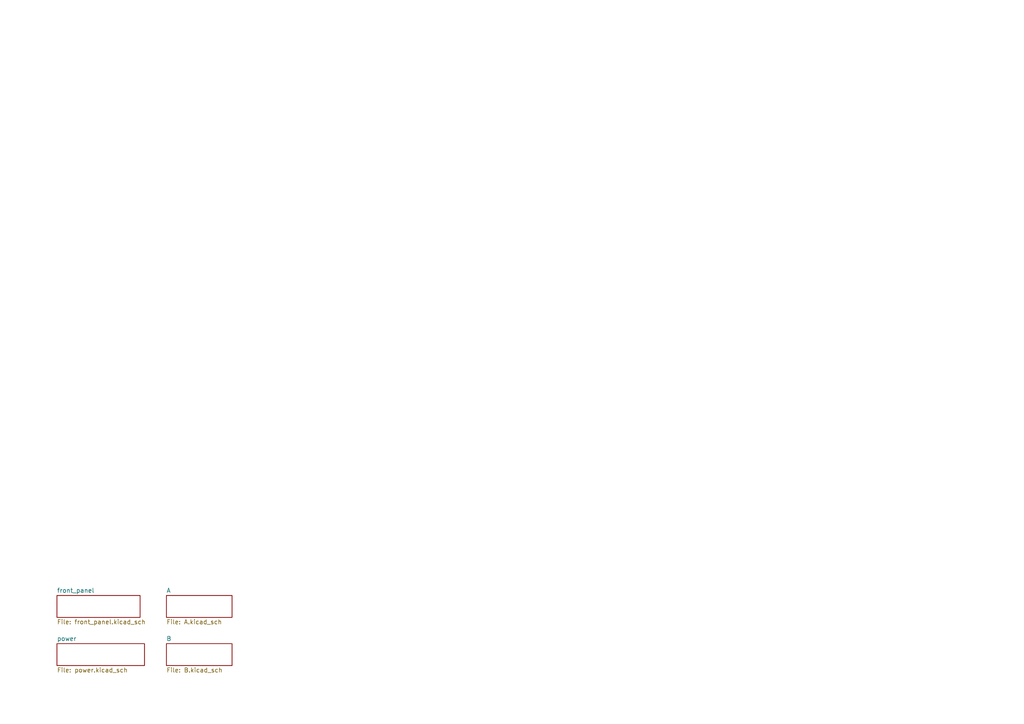
<source format=kicad_sch>
(kicad_sch
	(version 20231120)
	(generator "eeschema")
	(generator_version "8.0")
	(uuid "373e077e-bfc7-40f9-b9b8-adde168d27e9")
	(paper "A4")
	(lib_symbols)
	(sheet
		(at 48.26 186.69)
		(size 19.05 6.35)
		(fields_autoplaced yes)
		(stroke
			(width 0.1524)
			(type solid)
		)
		(fill
			(color 0 0 0 0.0000)
		)
		(uuid "072300b4-0bfd-408d-8bb8-c0f2a345147e")
		(property "Sheetname" "B"
			(at 48.26 185.9784 0)
			(effects
				(font
					(size 1.27 1.27)
				)
				(justify left bottom)
			)
		)
		(property "Sheetfile" "B.kicad_sch"
			(at 48.26 193.6246 0)
			(effects
				(font
					(size 1.27 1.27)
				)
				(justify left top)
			)
		)
		(instances
			(project "4gates"
				(path "/373e077e-bfc7-40f9-b9b8-adde168d27e9"
					(page "5")
				)
			)
		)
	)
	(sheet
		(at 16.51 186.69)
		(size 25.4 6.35)
		(fields_autoplaced yes)
		(stroke
			(width 0.1524)
			(type solid)
		)
		(fill
			(color 0 0 0 0.0000)
		)
		(uuid "bd678a3f-881e-490e-90d4-0127aa4aa2e0")
		(property "Sheetname" "power"
			(at 16.51 185.9784 0)
			(effects
				(font
					(size 1.27 1.27)
				)
				(justify left bottom)
			)
		)
		(property "Sheetfile" "power.kicad_sch"
			(at 16.51 193.6246 0)
			(effects
				(font
					(size 1.27 1.27)
				)
				(justify left top)
			)
		)
		(instances
			(project "4gates"
				(path "/373e077e-bfc7-40f9-b9b8-adde168d27e9"
					(page "3")
				)
			)
		)
	)
	(sheet
		(at 48.26 172.72)
		(size 19.05 6.35)
		(fields_autoplaced yes)
		(stroke
			(width 0.1524)
			(type solid)
		)
		(fill
			(color 0 0 0 0.0000)
		)
		(uuid "ece89812-8d9b-443c-a076-081a4366d837")
		(property "Sheetname" "A"
			(at 48.26 172.0084 0)
			(effects
				(font
					(size 1.27 1.27)
				)
				(justify left bottom)
			)
		)
		(property "Sheetfile" "A.kicad_sch"
			(at 48.26 179.6546 0)
			(effects
				(font
					(size 1.27 1.27)
				)
				(justify left top)
			)
		)
		(instances
			(project "4gates"
				(path "/373e077e-bfc7-40f9-b9b8-adde168d27e9"
					(page "4")
				)
			)
		)
	)
	(sheet
		(at 16.51 172.72)
		(size 24.13 6.35)
		(fields_autoplaced yes)
		(stroke
			(width 0.1524)
			(type solid)
		)
		(fill
			(color 0 0 0 0.0000)
		)
		(uuid "f765f6b7-0977-4652-ae5d-8c5e5aa74b64")
		(property "Sheetname" "front_panel"
			(at 16.51 172.0084 0)
			(effects
				(font
					(size 1.27 1.27)
				)
				(justify left bottom)
			)
		)
		(property "Sheetfile" "front_panel.kicad_sch"
			(at 16.51 179.6546 0)
			(effects
				(font
					(size 1.27 1.27)
				)
				(justify left top)
			)
		)
		(instances
			(project "4gates"
				(path "/373e077e-bfc7-40f9-b9b8-adde168d27e9"
					(page "2")
				)
			)
		)
	)
	(sheet_instances
		(path "/"
			(page "1")
		)
	)
)

</source>
